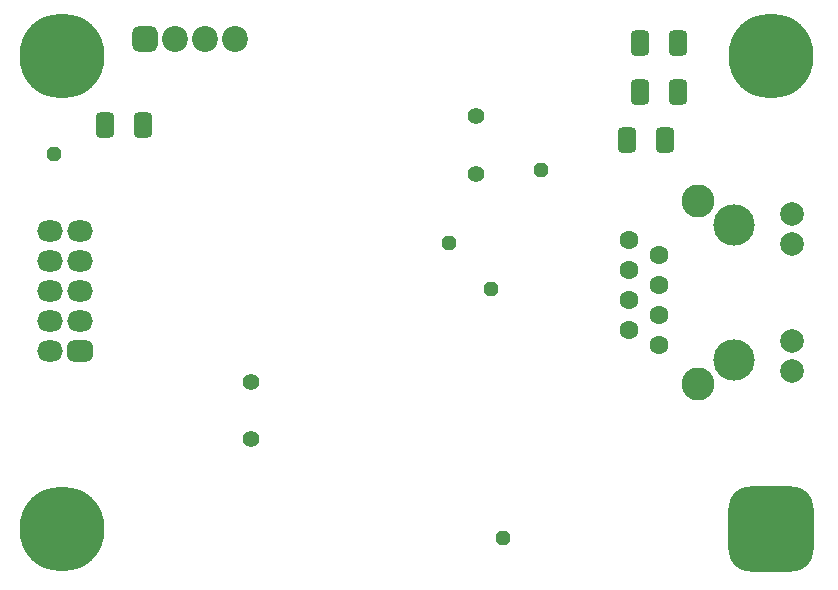
<source format=gts>
G04*
G04 #@! TF.GenerationSoftware,Altium Limited,Altium Designer,22.11.1 (43)*
G04*
G04 Layer_Color=8388736*
%FSLAX44Y44*%
%MOMM*%
G71*
G04*
G04 #@! TF.SameCoordinates,BE042D05-FDBB-4392-BC48-8EFB1C9D91ED*
G04*
G04*
G04 #@! TF.FilePolarity,Negative*
G04*
G01*
G75*
G04:AMPARAMS|DCode=15|XSize=2.2mm|YSize=1.6mm|CornerRadius=0.45mm|HoleSize=0mm|Usage=FLASHONLY|Rotation=90.000|XOffset=0mm|YOffset=0mm|HoleType=Round|Shape=RoundedRectangle|*
%AMROUNDEDRECTD15*
21,1,2.2000,0.7000,0,0,90.0*
21,1,1.3000,1.6000,0,0,90.0*
1,1,0.9000,0.3500,0.6500*
1,1,0.9000,0.3500,-0.6500*
1,1,0.9000,-0.3500,-0.6500*
1,1,0.9000,-0.3500,0.6500*
%
%ADD15ROUNDEDRECTD15*%
G04:AMPARAMS|DCode=16|XSize=2.2mm|YSize=2.2mm|CornerRadius=0.6mm|HoleSize=0mm|Usage=FLASHONLY|Rotation=0.000|XOffset=0mm|YOffset=0mm|HoleType=Round|Shape=RoundedRectangle|*
%AMROUNDEDRECTD16*
21,1,2.2000,1.0000,0,0,0.0*
21,1,1.0000,2.2000,0,0,0.0*
1,1,1.2000,0.5000,-0.5000*
1,1,1.2000,-0.5000,-0.5000*
1,1,1.2000,-0.5000,0.5000*
1,1,1.2000,0.5000,0.5000*
%
%ADD16ROUNDEDRECTD16*%
%ADD17C,2.2000*%
%ADD18C,2.0000*%
%ADD19C,1.6000*%
%ADD20C,3.5000*%
%ADD21C,2.8000*%
%ADD22C,7.2000*%
G04:AMPARAMS|DCode=23|XSize=1.2mm|YSize=1.2mm|CornerRadius=0mm|HoleSize=0mm|Usage=FLASHONLY|Rotation=90.000|XOffset=0mm|YOffset=0mm|HoleType=Round|Shape=Octagon|*
%AMOCTAGOND23*
4,1,8,0.3000,0.6000,-0.3000,0.6000,-0.6000,0.3000,-0.6000,-0.3000,-0.3000,-0.6000,0.3000,-0.6000,0.6000,-0.3000,0.6000,0.3000,0.3000,0.6000,0.0*
%
%ADD23OCTAGOND23*%

G04:AMPARAMS|DCode=24|XSize=1.2mm|YSize=1.2mm|CornerRadius=0mm|HoleSize=0mm|Usage=FLASHONLY|Rotation=0.000|XOffset=0mm|YOffset=0mm|HoleType=Round|Shape=Octagon|*
%AMOCTAGOND24*
4,1,8,0.6000,-0.3000,0.6000,0.3000,0.3000,0.6000,-0.3000,0.6000,-0.6000,0.3000,-0.6000,-0.3000,-0.3000,-0.6000,0.3000,-0.6000,0.6000,-0.3000,0.0*
%
%ADD24OCTAGOND24*%

%ADD25O,2.2000X1.8000*%
G04:AMPARAMS|DCode=26|XSize=1.8mm|YSize=2.2mm|CornerRadius=0.5mm|HoleSize=0mm|Usage=FLASHONLY|Rotation=90.000|XOffset=0mm|YOffset=0mm|HoleType=Round|Shape=RoundedRectangle|*
%AMROUNDEDRECTD26*
21,1,1.8000,1.2000,0,0,90.0*
21,1,0.8000,2.2000,0,0,90.0*
1,1,1.0000,0.6000,0.4000*
1,1,1.0000,0.6000,-0.4000*
1,1,1.0000,-0.6000,-0.4000*
1,1,1.0000,-0.6000,0.4000*
%
%ADD26ROUNDEDRECTD26*%
%ADD27C,1.4000*%
G04:AMPARAMS|DCode=28|XSize=7.2mm|YSize=7.2mm|CornerRadius=1.85mm|HoleSize=0mm|Usage=FLASHONLY|Rotation=0.000|XOffset=0mm|YOffset=0mm|HoleType=Round|Shape=RoundedRectangle|*
%AMROUNDEDRECTD28*
21,1,7.2000,3.5000,0,0,0.0*
21,1,3.5000,7.2000,0,0,0.0*
1,1,3.7000,1.7500,-1.7500*
1,1,3.7000,-1.7500,-1.7500*
1,1,3.7000,-1.7500,1.7500*
1,1,3.7000,1.7500,1.7500*
%
%ADD28ROUNDEDRECTD28*%
D15*
X528000Y379000D02*
D03*
X560000D02*
D03*
X86000Y392000D02*
D03*
X118000D02*
D03*
X539000Y420000D02*
D03*
X571000D02*
D03*
X539000Y461000D02*
D03*
X571000D02*
D03*
D16*
X120000Y465000D02*
D03*
D17*
X145400D02*
D03*
X196200D02*
D03*
X170800D02*
D03*
D18*
X667500Y290900D02*
D03*
Y316300D02*
D03*
Y209100D02*
D03*
Y183700D02*
D03*
D19*
X529600Y294450D02*
D03*
X555000Y281750D02*
D03*
X529600Y269050D02*
D03*
X555000Y256350D02*
D03*
X529600Y243650D02*
D03*
X555000Y230950D02*
D03*
X529600Y218250D02*
D03*
X555000Y205550D02*
D03*
D20*
X618500Y307150D02*
D03*
Y192850D02*
D03*
D21*
X588000Y327450D02*
D03*
Y172550D02*
D03*
D22*
X650000Y450000D02*
D03*
X50000Y50000D02*
D03*
Y450000D02*
D03*
D23*
X377000Y292000D02*
D03*
X423000Y42000D02*
D03*
X412681Y252564D02*
D03*
X455000Y354000D02*
D03*
D24*
X43000Y367000D02*
D03*
D25*
X39600Y301600D02*
D03*
X65000D02*
D03*
X39600Y276200D02*
D03*
X65000D02*
D03*
X39600Y250800D02*
D03*
X65000D02*
D03*
X39600Y225400D02*
D03*
X65000D02*
D03*
X39600Y200000D02*
D03*
D26*
X65000D02*
D03*
D27*
X400000Y350600D02*
D03*
Y399400D02*
D03*
X210000Y125600D02*
D03*
Y174400D02*
D03*
D28*
X650000Y50000D02*
D03*
M02*

</source>
